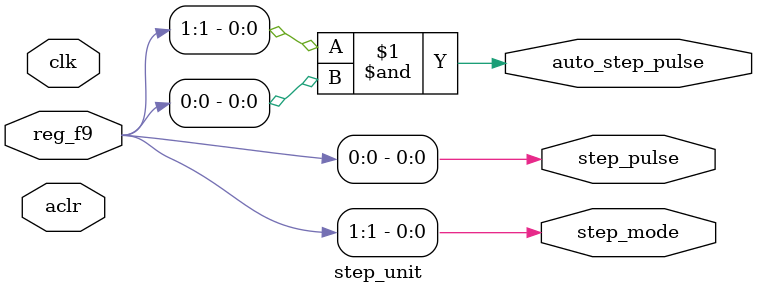
<source format=sv>
module step_unit(
    input  logic        clk,
    input  logic        aclr,
    input  logic [7:0]  reg_f9,
    output logic        step_mode,
    output logic        step_pulse,
    output logic        auto_step_pulse
);

    // Modo paso-a-paso
    assign step_mode = reg_f9[1];

    // Pulso manual inmediato (reg_f9[0] = 1)
    assign step_pulse = reg_f9[0];

    // Pulso automático interno si se desea
    assign auto_step_pulse = reg_f9[1] & reg_f9[0];

endmodule

</source>
